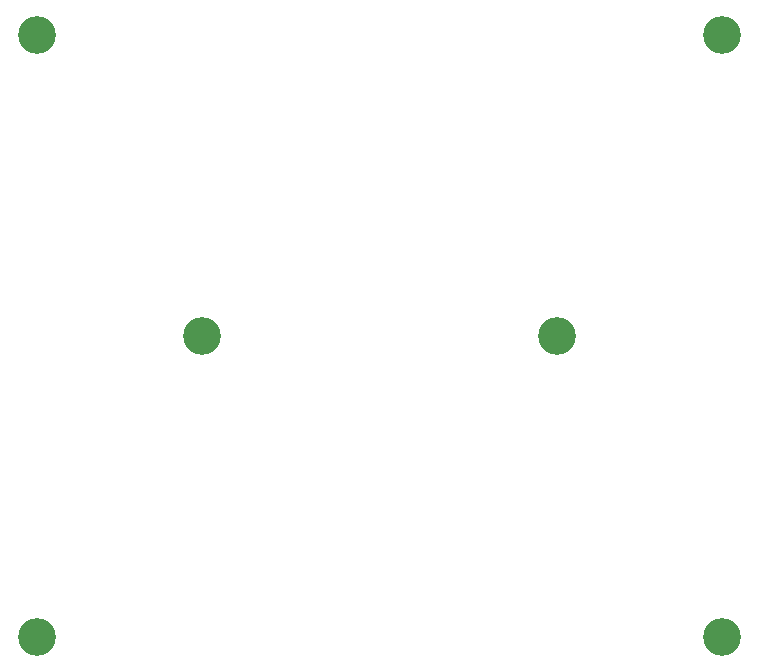
<source format=gbr>
%TF.GenerationSoftware,Altium Limited,Altium Designer,20.1.8 (145)*%
G04 Layer_Color=0*
%FSLAX45Y45*%
%MOMM*%
%TF.SameCoordinates,F34F671C-B0F6-4AC1-94B4-1D61ADA518EE*%
%TF.FilePolarity,Positive*%
%TF.FileFunction,NonPlated,1,4,NPTH,Drill*%
%TF.Part,Single*%
G01*
G75*
%TA.AperFunction,ComponentDrill*%
%ADD77C,3.20000*%
%TA.AperFunction,OtherDrill,Pad Free-MT2 (61.5mm,3.5mm)*%
%ADD78C,3.20000*%
%TA.AperFunction,OtherDrill,Pad Free-MT1 (61.5mm,54.5mm)*%
%ADD79C,3.20000*%
%TA.AperFunction,OtherDrill,Pad Free-MT3 (3.5mm,3.5mm)*%
%ADD80C,3.20000*%
%TA.AperFunction,OtherDrill,Pad Free-MT4 (3.5mm,54.5mm)*%
%ADD81C,3.20000*%
D77*
X4750000Y2900000D02*
D03*
X1747500Y2897500D02*
D03*
D78*
X6150000Y350000D02*
D03*
D79*
Y5450000D02*
D03*
D80*
X350000Y350000D02*
D03*
D81*
Y5450000D02*
D03*
%TF.MD5,22901f26facfca9ac4a52dbfb44f7997*%
M02*

</source>
